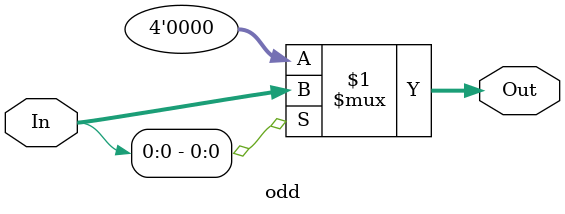
<source format=v>

module odd(
	input [3:0] In,
	output [3:0] Out
);

assign Out = In[0] ? In : 4'd0;
endmodule

</source>
